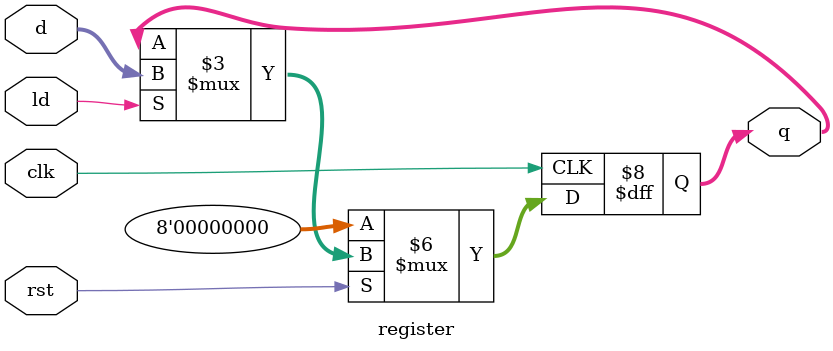
<source format=v>
`timescale 1ns / 1ps

module register(clk, rst, ld, d, q);
parameter WIDTH = 8;
input clk, rst, ld;
input [WIDTH-1:0] d;
output reg [WIDTH-1:0] q;

always @(posedge clk)
  begin
    if (!rst)
      q <=0;
    else if (ld)
      q <= d;
  end
endmodule

</source>
